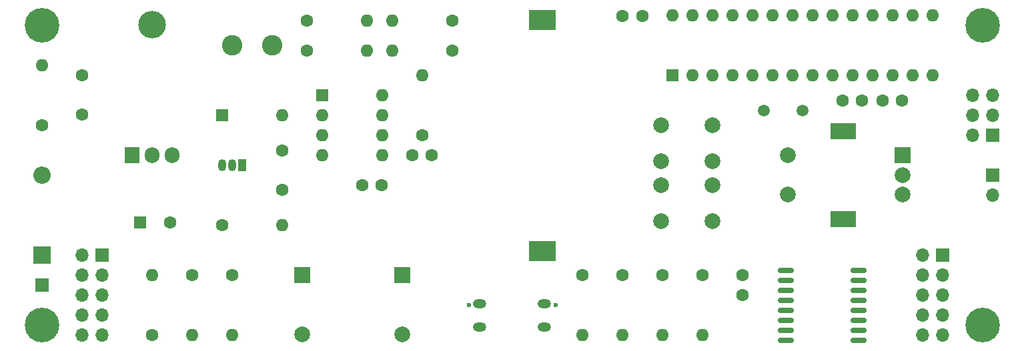
<source format=gbr>
%TF.GenerationSoftware,KiCad,Pcbnew,(6.0.0)*%
%TF.CreationDate,2022-01-22T21:28:23-08:00*%
%TF.ProjectId,nixie_main_board,6e697869-655f-46d6-9169-6e5f626f6172,rev?*%
%TF.SameCoordinates,Original*%
%TF.FileFunction,Soldermask,Top*%
%TF.FilePolarity,Negative*%
%FSLAX46Y46*%
G04 Gerber Fmt 4.6, Leading zero omitted, Abs format (unit mm)*
G04 Created by KiCad (PCBNEW (6.0.0)) date 2022-01-22 21:28:23*
%MOMM*%
%LPD*%
G01*
G04 APERTURE LIST*
G04 Aperture macros list*
%AMRoundRect*
0 Rectangle with rounded corners*
0 $1 Rounding radius*
0 $2 $3 $4 $5 $6 $7 $8 $9 X,Y pos of 4 corners*
0 Add a 4 corners polygon primitive as box body*
4,1,4,$2,$3,$4,$5,$6,$7,$8,$9,$2,$3,0*
0 Add four circle primitives for the rounded corners*
1,1,$1+$1,$2,$3*
1,1,$1+$1,$4,$5*
1,1,$1+$1,$6,$7*
1,1,$1+$1,$8,$9*
0 Add four rect primitives between the rounded corners*
20,1,$1+$1,$2,$3,$4,$5,0*
20,1,$1+$1,$4,$5,$6,$7,0*
20,1,$1+$1,$6,$7,$8,$9,0*
20,1,$1+$1,$8,$9,$2,$3,0*%
G04 Aperture macros list end*
%ADD10C,1.600000*%
%ADD11O,1.600000X1.600000*%
%ADD12R,1.700000X1.700000*%
%ADD13O,1.700000X1.700000*%
%ADD14C,1.500000*%
%ADD15C,2.000000*%
%ADD16R,2.000000X2.000000*%
%ADD17R,3.200000X2.000000*%
%ADD18R,1.600000X1.600000*%
%ADD19C,2.600000*%
%ADD20R,1.050000X1.500000*%
%ADD21O,1.050000X1.500000*%
%ADD22O,3.500000X3.500000*%
%ADD23R,1.905000X2.000000*%
%ADD24O,1.905000X2.000000*%
%ADD25R,3.510000X2.540000*%
%ADD26R,2.200000X2.200000*%
%ADD27O,2.200000X2.200000*%
%ADD28RoundRect,0.150000X-0.875000X-0.150000X0.875000X-0.150000X0.875000X0.150000X-0.875000X0.150000X0*%
%ADD29C,4.400000*%
%ADD30O,1.700000X1.200000*%
%ADD31C,0.600000*%
G04 APERTURE END LIST*
D10*
%TO.C,R14*%
X113665000Y-57785000D03*
D11*
X121285000Y-57785000D03*
%TD*%
%TO.C,R13*%
X121285000Y-53975000D03*
D10*
X113665000Y-53975000D03*
%TD*%
D11*
%TO.C,R12*%
X124460000Y-57785000D03*
D10*
X132080000Y-57785000D03*
%TD*%
%TO.C,R11*%
X132080000Y-53975000D03*
D11*
X124460000Y-53975000D03*
%TD*%
D12*
%TO.C,J6*%
X80010000Y-87630000D03*
%TD*%
D10*
%TO.C,C9*%
X186690000Y-64135000D03*
X189190000Y-64135000D03*
%TD*%
D13*
%TO.C,J4*%
X200660000Y-76200000D03*
D12*
X200660000Y-73660000D03*
%TD*%
D10*
%TO.C,C11*%
X168910000Y-88860000D03*
X168910000Y-86360000D03*
%TD*%
D12*
%TO.C,J5*%
X200660000Y-68580000D03*
D13*
X198120000Y-68580000D03*
X200660000Y-66040000D03*
X198120000Y-66040000D03*
X200660000Y-63500000D03*
X198120000Y-63500000D03*
%TD*%
D14*
%TO.C,Y1*%
X171650000Y-65405000D03*
X176530000Y-65405000D03*
%TD*%
D15*
%TO.C,SW3*%
X165100000Y-79430000D03*
X165100000Y-74930000D03*
X158600000Y-79430000D03*
X158600000Y-74930000D03*
%TD*%
%TO.C,SW2*%
X158600000Y-67310000D03*
X158600000Y-71810000D03*
X165100000Y-67310000D03*
X165100000Y-71810000D03*
%TD*%
D16*
%TO.C,SW1*%
X189230000Y-71120000D03*
D15*
X189230000Y-73620000D03*
X189230000Y-76120000D03*
D17*
X181730000Y-68020000D03*
X181730000Y-79220000D03*
D15*
X174730000Y-71120000D03*
X174730000Y-76120000D03*
%TD*%
D11*
%TO.C,R10*%
X148590000Y-93980000D03*
D10*
X148590000Y-86360000D03*
%TD*%
D11*
%TO.C,R9*%
X153670000Y-93980000D03*
D10*
X153670000Y-86360000D03*
%TD*%
D11*
%TO.C,R8*%
X158750000Y-93980000D03*
D10*
X158750000Y-86360000D03*
%TD*%
%TO.C,R7*%
X163830000Y-86360000D03*
D11*
X163830000Y-93980000D03*
%TD*%
D10*
%TO.C,C10*%
X184110000Y-64135000D03*
X181610000Y-64135000D03*
%TD*%
%TO.C,C8*%
X153720000Y-53350000D03*
X156220000Y-53350000D03*
%TD*%
D15*
%TO.C,C1*%
X125730000Y-93860000D03*
D16*
X125730000Y-86360000D03*
%TD*%
%TO.C,C2*%
X113030000Y-86360000D03*
D15*
X113030000Y-93860000D03*
%TD*%
D10*
%TO.C,C3*%
X129500000Y-71120000D03*
X127000000Y-71120000D03*
%TD*%
%TO.C,C4*%
X110490000Y-70485000D03*
X110490000Y-75485000D03*
%TD*%
D18*
%TO.C,D1*%
X102870000Y-66040000D03*
D11*
X110490000Y-66040000D03*
%TD*%
D19*
%TO.C,L1*%
X109220000Y-57150000D03*
X104220000Y-57150000D03*
%TD*%
D20*
%TO.C,Q1*%
X105410000Y-72390000D03*
D21*
X104140000Y-72390000D03*
X102870000Y-72390000D03*
%TD*%
D22*
%TO.C,Q2*%
X93980000Y-54460000D03*
D23*
X91440000Y-71120000D03*
D24*
X93980000Y-71120000D03*
X96520000Y-71120000D03*
%TD*%
D10*
%TO.C,R3*%
X80010000Y-67310000D03*
D11*
X80010000Y-59690000D03*
%TD*%
D10*
%TO.C,R4*%
X93980000Y-93980000D03*
D11*
X93980000Y-86360000D03*
%TD*%
D10*
%TO.C,R5*%
X99060000Y-86360000D03*
D11*
X99060000Y-93980000D03*
%TD*%
D10*
%TO.C,R6*%
X104140000Y-86360000D03*
D11*
X104140000Y-93980000D03*
%TD*%
%TO.C,U1*%
X160020000Y-53340000D03*
X162560000Y-53340000D03*
X165100000Y-53340000D03*
X167640000Y-53340000D03*
X170180000Y-53340000D03*
X172720000Y-53340000D03*
X175260000Y-53340000D03*
X177800000Y-53340000D03*
X180340000Y-53340000D03*
X182880000Y-53340000D03*
X185420000Y-53340000D03*
X187960000Y-53340000D03*
X190500000Y-53340000D03*
X193040000Y-53340000D03*
X193040000Y-60960000D03*
X190500000Y-60960000D03*
X187960000Y-60960000D03*
X185420000Y-60960000D03*
X182880000Y-60960000D03*
X180340000Y-60960000D03*
X177800000Y-60960000D03*
X175260000Y-60960000D03*
X172720000Y-60960000D03*
X170180000Y-60960000D03*
X167640000Y-60960000D03*
X165100000Y-60960000D03*
X162560000Y-60960000D03*
D18*
X160020000Y-60960000D03*
%TD*%
D25*
%TO.C,BT1*%
X143510000Y-53900000D03*
X143510000Y-83260000D03*
%TD*%
D26*
%TO.C,D2*%
X80010000Y-83820000D03*
D27*
X80010000Y-73660000D03*
%TD*%
D12*
%TO.C,J2*%
X87630000Y-83820000D03*
D13*
X85090000Y-83820000D03*
X87630000Y-86360000D03*
X85090000Y-86360000D03*
X87630000Y-88900000D03*
X85090000Y-88900000D03*
X87630000Y-91440000D03*
X85090000Y-91440000D03*
X87630000Y-93980000D03*
X85090000Y-93980000D03*
%TD*%
D10*
%TO.C,C5*%
X85090000Y-60960000D03*
X85090000Y-65960000D03*
%TD*%
%TO.C,R2*%
X102870000Y-80010000D03*
D11*
X110490000Y-80010000D03*
%TD*%
D12*
%TO.C,J1*%
X194310000Y-83820000D03*
D13*
X191770000Y-83820000D03*
X194310000Y-86360000D03*
X191770000Y-86360000D03*
X194310000Y-88900000D03*
X191770000Y-88900000D03*
X194310000Y-91440000D03*
X191770000Y-91440000D03*
X194310000Y-93980000D03*
X191770000Y-93980000D03*
%TD*%
D10*
%TO.C,C6*%
X120650000Y-74930000D03*
X123150000Y-74930000D03*
%TD*%
D28*
%TO.C,U5*%
X174420000Y-85725000D03*
X174420000Y-86995000D03*
X174420000Y-88265000D03*
X174420000Y-89535000D03*
X174420000Y-90805000D03*
X174420000Y-92075000D03*
X174420000Y-93345000D03*
X174420000Y-94615000D03*
X183720000Y-94615000D03*
X183720000Y-93345000D03*
X183720000Y-92075000D03*
X183720000Y-90805000D03*
X183720000Y-89535000D03*
X183720000Y-88265000D03*
X183720000Y-86995000D03*
X183720000Y-85725000D03*
%TD*%
D10*
%TO.C,R1*%
X128270000Y-68580000D03*
D11*
X128270000Y-60960000D03*
%TD*%
D18*
%TO.C,C7*%
X92480241Y-79625000D03*
D10*
X96280241Y-79625000D03*
%TD*%
D29*
%TO.C,H1*%
X199390000Y-54580000D03*
%TD*%
%TO.C,H4*%
X80010000Y-54580000D03*
%TD*%
D18*
%TO.C,U2*%
X115570000Y-63500000D03*
D11*
X115570000Y-66040000D03*
X115570000Y-68580000D03*
X115570000Y-71120000D03*
X123190000Y-71120000D03*
X123190000Y-68580000D03*
X123190000Y-66040000D03*
X123190000Y-63500000D03*
%TD*%
D29*
%TO.C,H3*%
X80010000Y-92680000D03*
%TD*%
%TO.C,H2*%
X199390000Y-92680000D03*
%TD*%
D30*
%TO.C,J3*%
X143800000Y-92910000D03*
X135600000Y-92910000D03*
X135600000Y-89970000D03*
X143800000Y-89970000D03*
D31*
X145200000Y-90140000D03*
X134200000Y-90140000D03*
%TD*%
M02*

</source>
